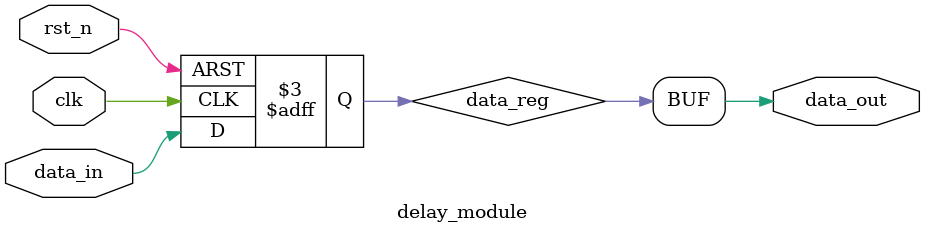
<source format=sv>

module delay_module (
    input logic clk,          // Clock signal
    input logic rst_n,        // Asynchronous reset, active low
    input logic data_in,      // Input data
    output logic data_out     // Output data delayed by 1 clock cycle
);

  // Register to hold the data for one clock cycle
  logic data_reg;

  always_ff @(posedge clk or negedge rst_n) begin
      if (!rst_n) begin
          // Reset the register to a known state, e.g., 0
          data_reg = 0;
      end else begin
          // On every rising edge of the clock, capture the input in the register
          data_reg = data_in;
      end
  end

  // Assign the registered value to the output
  assign data_out = data_reg;

endmodule

</source>
